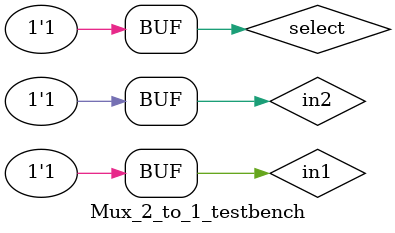
<source format=sv>
module Mux_2_to_1(select, in1, in2, out);
	input select, in1, in2;
	output out;
	
	assign out = ((~select & in1) | (select & in2));
endmodule

module Mux_2_to_1_testbench;

	logic select, in1, in2, out;
	integer i;
	
	Mux_2_to_1 DUT(select, in1, in2, out);
	
	initial begin
		select = 0;
		in1 = 0; in2 = 0;  #10;
		assert(out == in1);
		in1 = 1; in2 = 0;  #10;
		assert(out == in1);
		in1 = 0; in2 = 1;  #10;
		assert(out == in1);
		in1 = 1; in2 = 1;  #10;
		assert(out == in1);
		select = 1;
		in1 = 0; in2 = 0;  #10;
		assert(out == in2);
		in1 = 1; in2 = 0;  #10;
		assert(out == in2);
		in1 = 0; in2 = 1;  #10;
		assert(out == in2);
		in1 = 1; in2 = 1;  #10;
		assert(out == in2);
	
	end
	
endmodule	
</source>
